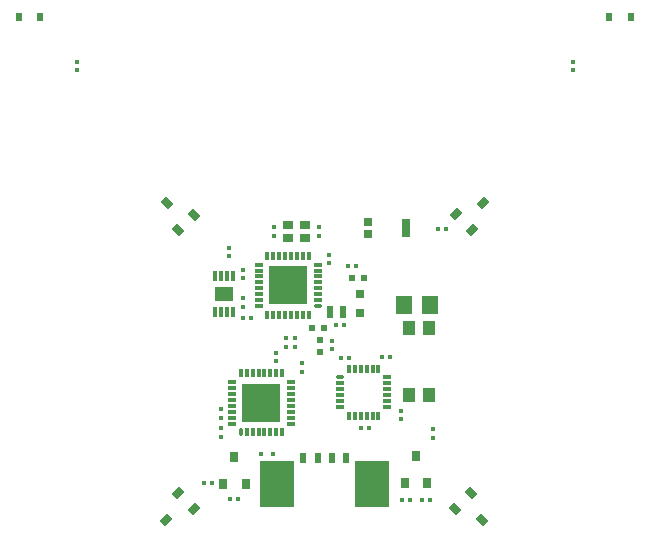
<source format=gtp>
%FSLAX25Y25*%
%MOIN*%
G70*
G01*
G75*
G04 Layer_Color=8421504*
%ADD10C,0.01000*%
%ADD11C,0.02200*%
%ADD12C,0.01100*%
%ADD13R,0.02205X0.02677*%
%ADD14R,0.11811X0.15748*%
%ADD15R,0.01181X0.01575*%
%ADD16R,0.01575X0.01772*%
%ADD17R,0.01772X0.01575*%
%ADD18R,0.02362X0.01969*%
%ADD19R,0.01969X0.02362*%
%ADD20R,0.05315X0.05906*%
%ADD21R,0.01969X0.03937*%
%ADD22R,0.03100X0.03100*%
%ADD23R,0.03150X0.01181*%
%ADD24R,0.01181X0.03150*%
%ADD25O,0.01181X0.03150*%
%ADD26R,0.12598X0.12598*%
%ADD27R,0.12598X0.12598*%
%ADD28O,0.03150X0.01181*%
%ADD29R,0.02559X0.03740*%
G04:AMPARAMS|DCode=30|XSize=37.4mil|YSize=25.59mil|CornerRadius=0mil|HoleSize=0mil|Usage=FLASHONLY|Rotation=315.000|XOffset=0mil|YOffset=0mil|HoleType=Round|Shape=Rectangle|*
%AMROTATEDRECTD30*
4,1,4,-0.02227,0.00418,-0.00418,0.02227,0.02227,-0.00418,0.00418,-0.02227,-0.02227,0.00418,0.0*
%
%ADD30ROTATEDRECTD30*%

G04:AMPARAMS|DCode=31|XSize=37.4mil|YSize=25.59mil|CornerRadius=0mil|HoleSize=0mil|Usage=FLASHONLY|Rotation=225.000|XOffset=0mil|YOffset=0mil|HoleType=Round|Shape=Rectangle|*
%AMROTATEDRECTD31*
4,1,4,0.00418,0.02227,0.02227,0.00418,-0.00418,-0.02227,-0.02227,-0.00418,0.00418,0.02227,0.0*
%
%ADD31ROTATEDRECTD31*%

%ADD32R,0.03543X0.03150*%
%ADD33R,0.06299X0.05118*%
%ADD34R,0.01181X0.03543*%
%ADD35R,0.03150X0.06299*%
%ADD36R,0.03150X0.02559*%
%ADD37R,0.03937X0.04724*%
%ADD38R,0.02756X0.03150*%
%ADD39R,0.02362X0.03347*%
%ADD40C,0.03000*%
%ADD41C,0.00800*%
%ADD42C,0.02000*%
G04:AMPARAMS|DCode=43|XSize=35.43mil|YSize=78.74mil|CornerRadius=0mil|HoleSize=0mil|Usage=FLASHONLY|Rotation=45.000|XOffset=0mil|YOffset=0mil|HoleType=Round|Shape=Round|*
%AMOVALD43*
21,1,0.04331,0.03543,0.00000,0.00000,135.0*
1,1,0.03543,0.01531,-0.01531*
1,1,0.03543,-0.01531,0.01531*
%
%ADD43OVALD43*%

G04:AMPARAMS|DCode=44|XSize=47.24mil|YSize=23.62mil|CornerRadius=0mil|HoleSize=0mil|Usage=FLASHONLY|Rotation=45.000|XOffset=0mil|YOffset=0mil|HoleType=Round|Shape=Round|*
%AMOVALD44*
21,1,0.02362,0.02362,0.00000,0.00000,45.0*
1,1,0.02362,-0.00835,-0.00835*
1,1,0.02362,0.00835,0.00835*
%
%ADD44OVALD44*%

G04:AMPARAMS|DCode=45|XSize=47.24mil|YSize=23.62mil|CornerRadius=0mil|HoleSize=0mil|Usage=FLASHONLY|Rotation=315.000|XOffset=0mil|YOffset=0mil|HoleType=Round|Shape=Round|*
%AMOVALD45*
21,1,0.02362,0.02362,0.00000,0.00000,315.0*
1,1,0.02362,-0.00835,0.00835*
1,1,0.02362,0.00835,-0.00835*
%
%ADD45OVALD45*%

G04:AMPARAMS|DCode=46|XSize=35.43mil|YSize=78.74mil|CornerRadius=0mil|HoleSize=0mil|Usage=FLASHONLY|Rotation=315.000|XOffset=0mil|YOffset=0mil|HoleType=Round|Shape=Round|*
%AMOVALD46*
21,1,0.04331,0.03543,0.00000,0.00000,45.0*
1,1,0.03543,-0.01531,-0.01531*
1,1,0.03543,0.01531,0.01531*
%
%ADD46OVALD46*%

%ADD47O,0.02756X0.02953*%
%ADD48C,0.02953*%
%ADD49C,0.02700*%
D13*
X134252Y361024D02*
D03*
X141339D02*
D03*
X338189D02*
D03*
X331102D02*
D03*
D14*
X251969Y205118D02*
D03*
X220472D02*
D03*
D15*
X218898Y215354D02*
D03*
X214961D02*
D03*
D16*
X209055Y276575D02*
D03*
Y273819D02*
D03*
X238583Y250197D02*
D03*
Y252953D02*
D03*
X237795Y281693D02*
D03*
Y278937D02*
D03*
X209055Y264370D02*
D03*
Y267126D02*
D03*
X201575Y223819D02*
D03*
Y221063D02*
D03*
X219291Y290748D02*
D03*
Y287992D02*
D03*
X234252D02*
D03*
Y290748D02*
D03*
X261811Y229724D02*
D03*
Y226969D02*
D03*
X220079Y249016D02*
D03*
Y246260D02*
D03*
X318898Y343110D02*
D03*
Y345866D02*
D03*
X153543Y343110D02*
D03*
Y345866D02*
D03*
X204331Y281299D02*
D03*
Y284055D02*
D03*
X272441Y223425D02*
D03*
Y220669D02*
D03*
X201575Y230118D02*
D03*
Y227362D02*
D03*
X228740Y242717D02*
D03*
Y245472D02*
D03*
D17*
X246654Y277953D02*
D03*
X243898D02*
D03*
X239961Y258268D02*
D03*
X242717D02*
D03*
X223425Y250787D02*
D03*
X226181D02*
D03*
X223425Y253937D02*
D03*
X226181D02*
D03*
X207283Y200394D02*
D03*
X204528D02*
D03*
X268701Y200000D02*
D03*
X271457D02*
D03*
X262008D02*
D03*
X264764D02*
D03*
X258071Y247638D02*
D03*
X255315D02*
D03*
X248228Y224016D02*
D03*
X250984D02*
D03*
X276634Y290265D02*
D03*
X273879D02*
D03*
X195866Y205512D02*
D03*
X198622D02*
D03*
X211614Y260630D02*
D03*
X208858D02*
D03*
X244291Y247244D02*
D03*
X241535D02*
D03*
D18*
X234646Y249213D02*
D03*
Y253150D02*
D03*
D19*
X249213Y274016D02*
D03*
X245276D02*
D03*
X235827Y257087D02*
D03*
X231890D02*
D03*
D20*
X262697Y264961D02*
D03*
X271161D02*
D03*
D21*
X237992Y262598D02*
D03*
X242323D02*
D03*
D22*
X248031Y268454D02*
D03*
Y262254D02*
D03*
D23*
X205315Y225394D02*
D03*
Y227362D02*
D03*
Y229331D02*
D03*
Y231299D02*
D03*
Y233268D02*
D03*
Y235236D02*
D03*
Y237205D02*
D03*
Y239173D02*
D03*
X225000D02*
D03*
Y237205D02*
D03*
Y235236D02*
D03*
Y233268D02*
D03*
Y231299D02*
D03*
Y229331D02*
D03*
Y227362D02*
D03*
Y225394D02*
D03*
X233858Y266535D02*
D03*
Y268504D02*
D03*
Y270472D02*
D03*
Y272441D02*
D03*
Y274409D02*
D03*
Y276378D02*
D03*
Y278346D02*
D03*
X214173D02*
D03*
Y276378D02*
D03*
Y274409D02*
D03*
Y272441D02*
D03*
Y270472D02*
D03*
Y268504D02*
D03*
Y266535D02*
D03*
Y264567D02*
D03*
X241339Y238779D02*
D03*
Y236811D02*
D03*
Y234842D02*
D03*
Y232874D02*
D03*
Y230906D02*
D03*
X257087D02*
D03*
Y232874D02*
D03*
Y234842D02*
D03*
Y236811D02*
D03*
Y238779D02*
D03*
Y240748D02*
D03*
D24*
X208268Y242126D02*
D03*
X210236D02*
D03*
X212205D02*
D03*
X214173D02*
D03*
X216142D02*
D03*
X218110D02*
D03*
X220079D02*
D03*
X222047D02*
D03*
Y222441D02*
D03*
X220079D02*
D03*
X218110D02*
D03*
X216142D02*
D03*
X214173D02*
D03*
X212205D02*
D03*
X210236D02*
D03*
X230906Y281299D02*
D03*
X228937D02*
D03*
X226969D02*
D03*
X225000D02*
D03*
X223031D02*
D03*
X221063D02*
D03*
X219094D02*
D03*
X217126D02*
D03*
Y261614D02*
D03*
X219094D02*
D03*
X221063D02*
D03*
X223031D02*
D03*
X225000D02*
D03*
X226969D02*
D03*
X228937D02*
D03*
X230906D02*
D03*
X244291Y227953D02*
D03*
X246260D02*
D03*
X248228D02*
D03*
X250197D02*
D03*
X252165D02*
D03*
X254134D02*
D03*
Y243701D02*
D03*
X252165D02*
D03*
X250197D02*
D03*
X248228D02*
D03*
X246260D02*
D03*
X244291D02*
D03*
D25*
X208268Y222441D02*
D03*
D26*
X215158Y232283D02*
D03*
D27*
X224016Y271457D02*
D03*
D28*
X233858Y264567D02*
D03*
X241339Y240748D02*
D03*
D29*
X206102Y214173D02*
D03*
X209842Y205118D02*
D03*
X202362D02*
D03*
X262992Y205512D02*
D03*
X270472D02*
D03*
X266732Y214567D02*
D03*
D30*
X285039Y202362D02*
D03*
X279750Y197073D02*
D03*
X288798Y193315D02*
D03*
X183643Y298811D02*
D03*
X192691Y295053D02*
D03*
X187402Y289764D02*
D03*
D31*
X183472Y193092D02*
D03*
X187230Y202140D02*
D03*
X192520Y196850D02*
D03*
X279921Y295276D02*
D03*
X285211Y289986D02*
D03*
X288969Y299034D02*
D03*
D32*
X229528Y287205D02*
D03*
Y291535D02*
D03*
X224016Y287205D02*
D03*
Y291535D02*
D03*
D33*
X202559Y268504D02*
D03*
D34*
X199606Y262598D02*
D03*
X201575D02*
D03*
X203543D02*
D03*
X205512D02*
D03*
X199606Y274410D02*
D03*
X201575D02*
D03*
X203543D02*
D03*
X205512D02*
D03*
D35*
X263386Y290551D02*
D03*
D36*
X250787Y288681D02*
D03*
Y292421D02*
D03*
D37*
X271063Y257087D02*
D03*
X264370D02*
D03*
X271063Y235039D02*
D03*
X264370D02*
D03*
D38*
X247835Y198917D02*
D03*
X224606D02*
D03*
D39*
X243307Y213779D02*
D03*
X238583D02*
D03*
X229134D02*
D03*
X233858D02*
D03*
M02*

</source>
